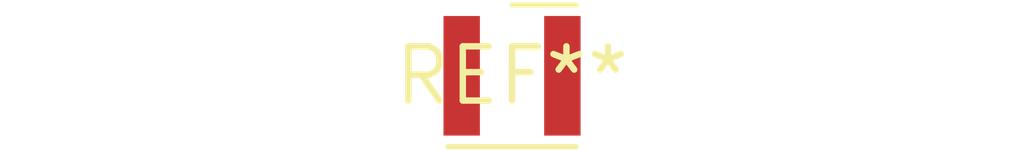
<source format=kicad_pcb>
(kicad_pcb (version 20240108) (generator pcbnew)
  (layers (0 "F.Cu" signal) (31 "B.Cu" signal) (34 "B.Paste" user) (35 "F.Paste" user) (36 "B.SilkS" user "B.Silkscreen") (37 "F.SilkS" user "F.Silkscreen") (38 "B.Mask" user) (39 "F.Mask" user) (44 "Edge.Cuts" user))
  (net 0 "")
  (footprint "L_Wurth_WE-LQSH-3012" (layer "F.Cu") (at 0 0)
    (property "Reference" "REF**")
    (property "Value" "L_Wurth_WE-LQSH-3012")
    (fp_line (start -1.5 1.66) (end 1.5 1.66) (layer "F.SilkS") (stroke (width 0.12)))
    (fp_line (start 0 -1.66) (end 1.5 -1.66) (layer "F.SilkS") (stroke (width 0.12)))
    (pad "1" smd rect (at -1.175 0) (size 0.85 2.8) (layers "F.Cu" "F.Paste" "F.Mask"))
    (pad "2" smd rect (at 1.175 0) (size 0.85 2.8) (layers "F.Cu" "F.Paste" "F.Mask"))
  )
)
</source>
